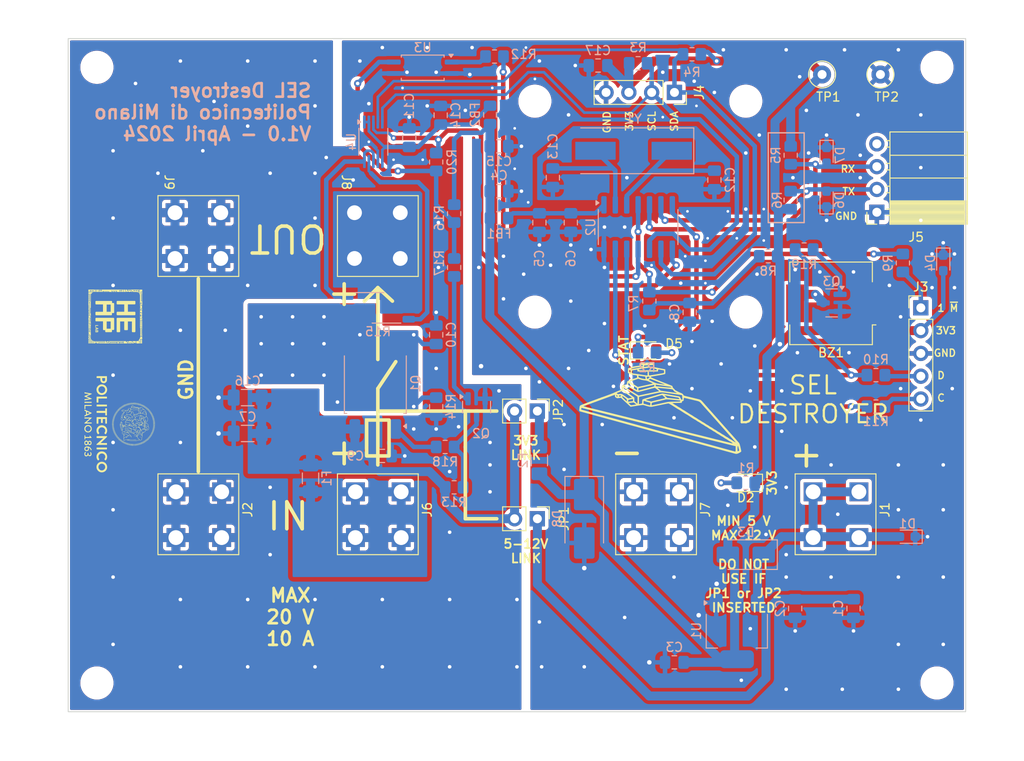
<source format=kicad_pcb>
(kicad_pcb (version 20240108) (generator "pcbnew") (generator_version "8.0")
  (layers (0 "F.Cu" signal) (31 "B.Cu" signal) (34 "B.Paste" user) (35 "F.Paste" user) (36 "B.SilkS" user "B.Silkscreen") (37 "F.SilkS" user "F.Silkscreen") (38 "B.Mask" user) (39 "F.Mask" user) (44 "Edge.Cuts" user))
  (net 0 "")
  (net 1 "+5V")
  (net 2 "GND")
  (net 3 "+3V3")
  (net 4 "VDD")
  (net 5 "ENABLE_OUT")
  (net 6 "I2C_SDA")
  (net 7 "I2C_SCL")
  (net 8 "SERIAL_FROM_UC")
  (net 9 "SERIAL_TO_UC")
  (net 10 "OSC2")
  (net 11 "OSC1")
  (net 12 "~{MCLR}")
  (net 13 "/Output Section/VDD_INA")
  (net 14 "/Microcontroller/VDD_PIC")
  (net 15 "PROG_CLK")
  (net 16 "PROG_DAT")
  (net 17 "INA233_ALARM")
  (net 18 "Net-(J3-Pin_1)")
  (net 19 "Net-(J3-Pin_4)")
  (net 20 "Net-(J3-Pin_5)")
  (net 21 "VDD_SW")
  (net 22 "LED_STATUS")
  (net 23 "/Output Section/DUT_PWR+")
  (net 24 "/Output Section/SW_GATE")
  (net 25 "/Output Section/ENABLE_OUT_L")
  (net 26 "/Microcontroller/~{MCLR}_X")
  (net 27 "/Output Section/SHUNT+")
  (net 28 "/Output Section/SHUNT-")
  (net 29 "/Power/VDD_PREFUSE")
  (net 30 "Net-(D2-A)")
  (net 31 "Net-(D5-A)")
  (net 32 "/Microcontroller/BUZZ_-")
  (net 33 "/Output Section/Q1Q2CONN")
  (net 34 "/Output Section/Q2_GATE")
  (net 35 "/Microcontroller/Q3_GATE")
  (net 37 "Net-(R16-Pad2)")
  (net 38 "/Power/LINK_FUSE")
  (footprint "LocalLibrary:CT3151" (layer "F.Cu") (at 54 67.5 -90)
    (property "Reference" "J9")
    (property "Value" "DUT_GND")
  )
  (footprint "TestPoint:TestPoint_Loop_D1.80mm_Drill1.0mm_Beaded" (layer "F.Cu") (at 124 49)
    (property "Reference" "TP1")
    (property "Value" "TP_3V3")
  )
  (footprint "LED_SMD:LED_0805_2012Metric_Pad1.15x1.40mm_HandSolder" (layer "F.Cu") (at 115.5 94.5 180)
    (property "Reference" "D2")
    (property "Value" "LED")
  )
  (footprint "LocalLibrary:CT3151" (layer "F.Cu") (at 126 97.5 90)
    (property "Reference" "J1")
    (property "Value" "DELATCHER_PWR")
  )
  (footprint "sel_destroyer:HEAPLab_Logo_6mm_SilkScreen" (layer "F.Cu") (at 45.25 76 -90)
    (property "Reference" "REF**" (hide yes))
    (property "Value" "HEAPLab_Logo_6mm_SilkScreen" (hide yes))
  )
  (footprint "Buzzer_Beeper:Buzzer_CUI_CPT-9019S-SMT" (layer "F.Cu") (at 125 74.5 180)
    (property "Reference" "BZ1")
    (property "Value" "Buzzer")
  )
  (footprint "Connector_PinSocket_2.54mm:PinSocket_1x04_P2.54mm_Horizontal" (layer "F.Cu") (at 130.1 64.35 180)
    (property "Reference" "J5")
    (property "Value" "SERIAL_CONNECTOR")
  )
  (footprint "LED_SMD:LED_0805_2012Metric_Pad1.15x1.40mm_HandSolder" (layer "F.Cu") (at 104.5 79.75)
    (property "Reference" "D5")
    (property "Value" "LED")
  )
  (footprint "Connector_PinHeader_2.54mm:PinHeader_1x02_P2.54mm_Vertical" (layer "F.Cu") (at 92.275 86.5 -90)
    (property "Reference" "JP2")
    (property "Value" "Link Power 3V3")
  )
  (footprint "Connector_PinSocket_2.54mm:PinSocket_1x04_P2.54mm_Vertical" (layer "F.Cu") (at 107.55 51 -90)
    (property "Reference" "J4")
    (property "Value" "I2C_DISPLAY" (hide yes))
  )
  (footprint "MountingHole:MountingHole_3.2mm_M3_DIN965" (layer "F.Cu") (at 115.5 75.475)
    (property "Reference" "REF**" (hide yes))
    (property "Value" "MountingHole_3.2mm_M3_DIN965")
  )
  (footprint "Connector_PinHeader_2.54mm:PinHeader_1x05_P2.54mm_Vertical" (layer "F.Cu") (at 135 75)
    (property "Reference" "J3")
    (property "Value" "Programmer")
  )
  (footprint "LocalLibrary:CT3151" (layer "F.Cu") (at 55 97.5 90)
    (property "Reference" "J2")
    (property "Value" "DUT_GND")
  )
  (footprint "sel_destroyer:Polimi_Logo" (layer "F.Cu") (at 45.75 88 -90)
    (property "Reference" "G***" (hide yes))
    (property "Value" "LOGO" (hide yes))
  )
  (footprint "MountingHole:MountingHole_3.2mm_M3_DIN965" (layer "F.Cu") (at 92 51.975)
    (property "Reference" "REF**" (hide yes))
    (property "Value" "MountingHole_3.2mm_M3_DIN965")
  )
  (footprint "LocalLibrary:CT3151" (layer "F.Cu") (at 106 97.5 90)
    (property "Reference" "J7")
    (property "Value" "DELATCHER_GND")
  )
  (footprint "MountingHole:MountingHole_3.2mm_M3_DIN965" (layer "F.Cu") (at 43.2 116.8)
    (property "Reference" "REF**" (hide yes))
    (property "Value" "MountingHole_3.2mm_M3_DIN965" (hide yes))
  )
  (footprint "MountingHole:MountingHole_3.2mm_M3_DIN965" (layer "F.Cu") (at 43.2 48.2)
    (property "Reference" "REF**" (hide yes))
    (property "Value" "MountingHole_3.2mm_M3_DIN965" (hide yes))
  )
  (footprint "Connector_PinHeader_2.54mm:PinHeader_1x02_P2.54mm_Vertical" (layer "F.Cu") (at 92.275 98.5 -90)
    (property "Reference" "JP1")
    (property "Value" "Link Power 12Vmax")
  )
  (footprint "LocalLibrary:CT3151" (layer "F.Cu") (at 74 67.5 -90)
    (property "Reference" "J8")
    (property "Value" "DUT_PWR_OUT")
  )
  (footprint "LOGO" (layer "F.Cu") (at 106 86.5)
    (property "Reference" "G***" (hide yes))
    (property "Value" "LOGO" (hide yes))
  )
  (footprint "MountingHole:MountingHole_3.2mm_M3_DIN965" (layer "F.Cu") (at 136.8 116.8)
    (property "Reference" "REF**" (hide yes))
    (property "Value" "MountingHole_3.2mm_M3_DIN965" (hide yes))
  )
  (footprint "TestPoint:TestPoint_Loop_D1.80mm_Drill1.0mm_Beaded" (layer "F.Cu") (at 130.5 49)
    (property "Reference" "TP2")
    (property "Value" "TP_GND")
  )
  (footprint "MountingHole:MountingHole_3.2mm_M3_DIN965" (layer "F.Cu") (at 92 75.475)
    (property "Reference" "REF**" (hide yes))
    (property "Value" "MountingHole_3.2mm_M3_DIN965")
  )
  (footprint "MountingHole:MountingHole_3.2mm_M3_DIN965" (layer "F.Cu") (at 136.8 48.2)
    (property "Reference" "REF**" (hide yes))
    (property "Value" "MountingHole_3.2mm_M3_DIN965" (hide yes))
  )
  (footprint "MountingHole:MountingHole_3.2mm_M3_DIN965" (layer "F.Cu") (at 115.5 51.975)
    (property "Reference" "REF**" (hide yes))
    (property "Value" "MountingHole_3.2mm_M3_DIN965")
  )
  (footprint "LocalLibrary:CT3151" (layer "F.Cu") (at 75 97.5 90)
    (property "Reference" "J6")
    (property "Value" "DUT_PWR_IN")
  )
  (footprint "Diode_SMD:D_SMB_Handsoldering" (layer "B.Cu") (at 97.5 98.5 -90)
    (property "Reference" "D8")
    (property "Value" "3.6V")
  )
  (footprint "Capacitor_SMD:C_0805_2012Metric_Pad1.18x1.45mm_HandSolder" (layer "B.Cu") (at 121 108.5 -90)
    (property "Reference" "C2")
    (property "Value" "100n")
  )
  (footprint "Resistor_SMD:R_0805_2012Metric_Pad1.20x1.40mm_HandSolder" (layer "B.Cu") (at 83 64.5 -90)
    (property "Reference" "R16")
    (property "Value" "2k")
  )
  (footprint "Capacitor_SMD:C_0805_2012Metric_Pad1.18x1.45mm_HandSolder" (layer "B.Cu") (at 109.25 75.5 -90)
    (property "Reference" "C8")
    (property "Value" "10n")
  )
  (footprint "Package_TO_SOT_SMD:SOT-23" (layer "B.Cu") (at 85.5 86.0625 -90)
    (property "Reference" "Q2")
    (property "Value" "XP231N0201TR-G")
  )
  (footprint "Package_TO_SOT_SMD:TO-252-2" (layer "B.Cu") (at 74.22 83.46 90)
    (property "Reference" "Q1")
    (property "Value" "SUD50P04-08")
  )
  (footprint "Package_SO:SOIC-14_3.9x8.7mm_P1.27mm" (layer "B.Cu") (at 103.5 66 -90)
    (property "Reference" "U2")
    (property "Value" "PIC16F18325-ISL")
  )
  (footprint "Capacitor_SMD:C_0805_2012Metric_Pad1.18x1.45mm_HandSolder" (layer "B.Cu") (at 88 62)
    (property "Reference" "C4")
    (property "Value" "100n")
  )
  (footprint "Capacitor_SMD:C_0805_2012Metric_Pad1.18x1.45mm_HandSolder" (layer "B.Cu") (at 112 60.75 -90)
    (property "Reference" "C12")
    (property "Value" "30p")
  )
  (footprint "Resistor_SMD:R_0805_2012Metric_Pad1.20x1.40mm_HandSolder" (layer "B.Cu") (at 133 70 -90)
    (property "Reference" "R9")
    (property "Value" "33")
  )
  (footprint "Resistor_SMD:R_0805_2012Metric_Pad1.20x1.40mm_HandSolder" (layer "B.Cu") (at 115.5 94.5 180)
    (property "Reference" "R1")
    (property "Value" "240")
  )
  (footprint "Resistor_SMD:R_0805_2012Metric_Pad1.20x1.40mm_HandSolder" (layer "B.Cu") (at 130 86)
    (property "Reference" "R11")
    (property "Value" "33")
  )
  (footprint "Capacitor_SMD:C_0805_2012Metric_Pad1.18x1.45mm_HandSolder" (layer "B.Cu") (at 78 56.0375 90)
    (property "Reference" "C11")
    (property "Value" "1n")
  )
  (footprint "Resistor_SMD:R_0805_2012Metric_Pad1.20x1.40mm_HandSolder" (layer "B.Cu") (at 120.5 63 90)
    (property "Reference" "R6")
    (property "Value" "10k (ONLY IF NEEDED)")
  )
  (footprint "Resistor_SMD:R_0805_2012Metric_Pad1.20x1.40mm_HandSolder" (layer "B.Cu") (at 120.5 58 -90)
    (property "Reference" "R5")
    (property "Value" "10k (ONLY IF NEEDED)")
  )
  (footprint "Capacitor_SMD:C_0805_2012Metric_Pad1.18x1.45mm_HandSolder" (layer "B.Cu") (at 96 65.5 -90)
    (property "Reference" "C6")
    (property "Value" "1n")
  )
  (footprint "Resistor_SMD:R_0805_2012Metric_Pad1.20x1.40mm_HandSolder" (layer "B.Cu") (at 104.5 80)
    (property "Reference" "R2")
    (property "Value" "240")
  )
  (footprint "Resistor_SMD:R_0805_2012Metric_Pad1.20x1.40mm_HandSolder" (layer "B.Cu") (at 87.5 47 180)
    (property "Reference" "R12")
    (property "Value" "150")
  )
  (footprint "Resistor_SMD:R_Shunt_Vishay_WSK2512_6332Metric_T2.21mm" (layer "B.Cu") (at 74.52 75)
    (property "Reference" "R15")
    (property "Value" "R_Shunt")
  )
  (footprint "Fuse:Fuse_1206_3216Metric_Pad1.42x1.75mm_HandSolder" (layer "B.Cu") (at 92.5 92 -90)
    (property "Reference" "F2")
    (property "Value" "160mA")
  )
  (footprint "Resistor_SMD:R_0805_2012Metric_Pad1.20x1.40mm_HandSolder" (layer "B.Cu") (at 82 90.5)
    (property "Reference" "R18")
    (property "Value" "56")
  )
  (footprint "Resistor_SMD:R_0805_2012Metric_Pad1.20x1.40mm_HandSolder" (layer "B.Cu") (at 104.75 74.25 -90)
    (property "Reference" "R7")
    (property "Value" "1k")
  )
  (footprint "Package_SO:VSSOP-10_3x3mm_P0.5mm" (layer "B.Cu") (at 74 56.5 -90)
    (property "Reference" "U4")
    (property "Value" "INA233")
  )
  (footprint "Resistor_SMD:R_0805_2012Metric_Pad1.20x1.40mm_HandSolder" (layer "B.Cu") (at 81 86 90)
    (property "Reference" "R14")
    (property "Value" "1M")
  )
  (footprint "Resistor_SMD:R_0805_2012Metric_Pad1.20x1.40mm_HandSolder" (layer "B.Cu") (at 122 68.5)
    (property "Reference" "R19")
    (property "Value" "330")
  )
  (footprint "Capacitor_SMD:C_0805_2012Metric_Pad1.18x1.45mm_HandSolder" (layer "B.Cu") (at 92.5 65.5 -90)
    (property "Reference" "C5")
    (property "Value" "10n")
  )
  (footprint "Resistor_SMD:R_0805_2012Metric_Pad1.20x1.40mm_HandSolder" (layer "B.Cu") (at 103.5 47.75)
    (property "Reference" "R3")
    (property "Value" "4k7")
  )
  (footprint "Resistor_SMD:R_0805_2012Metric_Pad1.20x1.40mm_HandSolder" (layer "B.Cu") (at 118 69.25)
    (property "Reference" "R8")
    (property "Value" "10k")
  )
  (footprint "Capacitor_SMD:C_0805_2012Metric_Pad1.18x1.45mm_HandSolder" (layer "B.Cu") (at 107.5375 114.5 180)
    (property "Reference" "C3")
    (property "Value" "10u")
  )
  (footprint "Diode_SMD:D_0603_1608Metric_Pad1.05x0.95mm_HandSolder" (layer "B.Cu") (at 124.5 58 -90)
    (property "Reference" "D7")
    (property "Value" "TVS_3V3")
  )
  (footprint "Diode_SMD:D_0603_1608Metric_Pad1.05x0.95mm_HandSolder" (layer "B.Cu") (at 124.5 62.875 90)
    (property "Reference" "D6")
    (property "Value" "TVS_3V3")
  )
  (footprint "Capacitor_SMD:C_0805_2012Metric_Pad1.18x1.45mm_HandSolder" (layer "B.Cu") (at 99.0375 48 180)
    (property "Reference" "C17")
    (property "Value" "100n")
  )
  (footprint "Capacitor_SMD:C_1206_3216Metric_Pad1.33x1.80mm_HandSolder" (layer "B.Cu") (at 60 85 180)
    (property "Reference" "C16")
    (property "Value" "10u")
  )
  (footprint "Resistor_SMD:R_0805_2012Metric_Pad1.20x1.40mm_HandSolder" (layer "B.Cu") (at 83 95)
    (property "Reference" "R13")
    (property "Value" "2k, >0.5W")
  )
  (footprint "Package_TO_SOT_SMD:SOT-223-3_TabPin2" (layer "B.Cu") (at 114.5 111 -90)
    (property "Reference" "U1")
    (property "Value" "LD1117S33TR_SOT223")
  )
  (footprint "Crystal:Crystal_SMD_HC49-SD" (layer "B.Cu") (at 103 57.5 180)
    (property "Reference" "Y1")
    (property "Value" "8MHz")
  )
  (footprint "Package_TO_SOT_SMD:SOT-23" (layer "B.Cu") (at 125.0625 74.45 180)
    (property "Reference" "Q3")
    (property "Value" "XP231N0201TR-G")
  )
  (footprint "Fuse:Fuse_1206_3216Metric_Pad1.42x1.75mm_HandSolder" (layer "B.Cu") (at 67 94 90)
    (property "Reference" "F1")
    (property "Value" "12A")
  )
  (footprint "Resistor_SMD:R_0805_2012Metric_Pad1.20x1.40mm_HandSolder" (layer "B.Cu") (at 130 82.5)
    (property "Reference" "R10")
    (property "Value" "33")
  )
  (footprint "Inductor_SMD:L_0805_2012Metric_Pad1.15x1.40mm_HandSolder" (layer "B.Cu") (at 88 65)
    (property "Reference" "FB1")
    (property "Value" "FerriteBead")
  )
  (footprint "Capacitor_SMD:C_0805_2012Metric_Pad1.18x1.45mm_HandSolder" (layer "B.Cu") (at 127.5 108.5 -90)
    (property "Reference" "C1")
    (property "Value" "10u")
  )
  (footprint "Diode_SMD:D_0603_1608Metric_Pad1.05x0.95mm_HandSolder" (layer "B.Cu") (at 133.5 100.5 180)
    (property "Reference" "D1")
    (property "Value" "TVS_15V")
  )
  (footprint "Resistor_SMD:R_0805_2012Metric_Pad1.20x1.40mm_HandSolder" (layer "B.Cu") (at 81 58.75 -90)
    (property "Reference" "R20")
    (property "Value" "0")
  )
  (footprint "Resistor_SMD:R_0805_2012Metric_Pad1.20x1.40mm_HandSolder" (layer "B.Cu") (at 83 70.5 -90)
    (property "Reference" "R17")
    (property "Value" "330")
  )
  (footprint "Capacitor_SMD:C_0805_2012Metric_Pad1.18x1.45mm_HandSolder" (layer "B.Cu") (at 88 57)
    (property "Reference" "C15")
    (property "Value" "100n")
  )
  (footprint "Inductor_SMD:L_0805_2012Metric_Pad1.15x1.40mm_HandSolder" (layer "B.Cu") (at 87 53.5 -90)
    (property "Reference" "FB2")
    (property "Value" "FerriteBead")
  )
  (footprint "Capacitor_SMD:C_0805_2012Metric_Pad1.18x1.45mm_HandSolder" (layer "B.Cu") (at 81.5 53.5375 90)
    (property "Reference" "C14")
    (property "Value" "10n")
  )
  (footprint "Capacitor_SMD:C_0805_2012Metric_Pad1.18x1.45mm_HandSolder" (layer "B.Cu") (at 75 91.5)
    (property "Reference" "C9")
    (property "Value" "1u")
  )
  (footprint "Capacitor_SMD:C_1206_3216Metric_Pad1.33x1.80mm_HandSolder" (layer "B.Cu") (at 60 89 180)
    (property "Reference" "C7")
    (property "Value" "10u")
  )
  (footprint "Diode_SMD:D_0603_1608Metric_Pad1.05x0.95mm_HandSolder" (layer "B.Cu") (at 137.5 70 -90)
    (property "Reference" "D4")
    (property "Value" "TVS_3V3")
  )
  (footprint "Package_SO:SOIC-4_4.55x2.6mm_P1.27mm" (layer "B.Cu") (at 79.5 48.25 180)
    (property "Reference" "U3")
    (property "Value" "TLP293")
  )
  (footprint "Capacitor_SMD:C_0805_2012Metric_Pad1.18x1.45mm_HandSolder" (layer "B.Cu") (at 81 78 90)
    (property "Reference" "C10")
    (property "Value" "10n")
  )
  (footprint "Capacitor_SMD:C_0805_2012Metric_Pad1.18x1.45mm_HandSolder" (layer "B.Cu") (at 94 60.5 -90)
    (property "Reference" "C13")
    (property "Value" "30p")
  )
  (footprint "Diode_SMD:D_SMA" (layer "B.Cu") (at 115.5 102.5 180)
    (property "Reference" "D3")
    (property "Value" "B120-E3")
  )
  (footprint "Resistor_SMD:R_0805_2012Metric_Pad1.20x1.40mm_HandSolder" (layer "B.Cu") (at 109.5 46.75 180)
    (property "Reference" "R4")
    (property "Value" "4k7")
  )
  (gr_line (start 118 55.5) (end 118 65.5) (stroke (width 0.15)) (layer "B.SilkS"))
  (gr_line (start 122 65.5) (end 122 55.5) (stroke (width 0.15)) (layer "B.SilkS"))
  (gr_line (start 118 65.5) (end 122 65.5) (stroke (width 0.15)) (layer "B.SilkS"))
  (gr_line (start 122 55.5) (end 118 55.5) (stroke (width 0.15)) (layer "B.SilkS"))
  (gr_line (start 74.5 86.5) (end 87.75 86.5) (stroke (width 0.4)) (layer "F.SilkS"))
  (gr_line (start 74.5 92.5) (end 74.5 84) (stroke (width 0.4)) (layer "F.SilkS"))
  (gr_line (start 73 74.25) (end 74.5 72.75) (stroke (width 0.4)) (layer "F.SilkS"))
  (gr_line (start 74.5 80.75) (end 74.5 72.75) (stroke (width 0.4)) (layer "F.SilkS"))
  (gr_line (start 76.125 74.25) (end 74.5 72.75) (stroke (width 0.4)) (layer "F.SilkS"))
  (gr_rect (start 73.25 87.5) (end 75.75 91.5) (stroke (width 0.4)) (fill none) (layer "F.SilkS"))
  (gr_line (start 84.25 98.5) (end 87.75 98.5) (stroke (width 0.4)) (layer "F.SilkS"))
  (gr_line (start 84.25 86.5) (end 84.25 98.5) (stroke (width 0.4)) (layer "F.SilkS"))
  (gr_line (start 54.5 93.25) (end 54.5 71.75) (stroke (width 0.4)) (layer "F.SilkS"))
  (gr_line (start 74.5 84) (end 76.5 81) (stroke (width 0.4)) (layer "F.SilkS"))
  (gr_rect (start 40 45) (end 140 120) (stroke (width 0.1)) (fill none) (layer "Edge.Cuts"))
  (gr_text "SEL Destroyer\nPolitecnico di Milano\nV1.0 - April 2024" (at 67.25 56.5 0) (layer "B.SilkS") (effects (font (size 1.5 1.5) (thickness 0.3) (bold yes)) (justify left bottom mirror)))
  (gr_text "OUT" (at 64.5 65.5 180) (layer "F.SilkS") (effects (font (size 3 3) (thickness 0.4)) (justify bottom)))
  (gr_text "MIN 5 V\nMAX 12 V\n\nDO NOT\nUSE IF\nJP1 or JP2\nINSERTED" (at 115.25 109 0) (layer "F.SilkS") (effects (font (size 1 1) (thickness 0.2) (bold yes)) (justify bottom)))
  (gr_text "GND" (at 128 65.25 0) (layer "F.SilkS") (effects (font (size 0.8 0.8)) (justify right bottom)))
  (gr_text "IN" (at 64.5 100 0) (layer "F.SilkS") (effects (font (size 3 3) (thickness 0.4)) (justify bottom)))
  (gr_text "3V3" (at 103 53 90) (layer "F.SilkS") (effects (font (size 0.8 0.8)) (justify right bottom)))
  (gr_text "SCL" (at 105.5 53 90) (layer "F.SilkS") (effects (font (size 0.8 0.8)) (justify right bottom)))
  (gr_text "GND" (at 54 83 90) (layer "F.SilkS") (effects (font (size 1.5 1.5) (thickness 0.3) (bold yes)) (justify bottom)))
  (gr_text "+" (at 122.25 93 0) (layer "F.SilkS") (effects (font (size 3 3) (thickness 0.4)) (justify bottom)))
  (gr_text "+" (at 70.75 92.75 0) (layer "F.SilkS") (effects (font (size 3 3) (thickness 0.4)) (justify bottom)))
  (gr_text "RX" (at 127.75 60 0) (layer "F.SilkS") (effects (font (size 0.8 0.8)) (justify right bottom)))
  (gr_text "3V3\nLINK" (at 91 92 0) (layer "F.SilkS") (effects (font (size 1 1) (thickness 0.2) (bold yes)) (justify bottom)))
  (gr_text "GND" (at 100.5 53 90) (layer "F.SilkS") (effects (font (size 0.8 0.8)) (justify right bottom)))
  (gr_text "-" (at 102.25 92.75 0) (layer "F.SilkS") (effects (font (size 3 3) (thickness 0.4)) (justify bottom)))
  (gr_text "GND" (at 139 80.5 0) (layer "F.SilkS") (effects (font (size 0.8 0.8)) (justify right bottom)))
  (gr_text "SEL\nDESTROYER" (at 123 88 0) (layer "F.SilkS") (effects (font (size 2 2) (thickness 0.25)) (justify bottom)))
  (gr_text "3V3" (at 139 78 0) (layer "F.SilkS") (effects (font (size 0.8 0.8)) (justify right bottom)))
  (gr_text "D" (at 137.75 83 0) (layer "F.SilkS") (effects (font (size 0.8 0.8)) (justify right bottom)))
  (gr_text "C" (at 137.75 85.5 0) (layer "F.SilkS") (effects (font (size 0.8 0.8)) (justify right bottom)))
  (gr_text "TX" (at 127.75 62.5 0) (layer "F.SilkS") (effects (font (size 0.8 0.8)) (justify right bottom)))
  (gr_text "5-12V\nLINK" (at 91 103.5 0) (layer "F.SilkS") (effects (font (size 1 1) (thickness 0.2) (bold yes)) (justify bottom)))
  (gr_text "MAX\n20 V\n10 A" (at 64.75 112.75 0) (layer "F.SilkS") (effects (font (size 1.5 1.5) (thickness 0.3) (bold yes)) (justify bottom)))
  (gr_text "+" (at 70.75 75 0) (layer "F.SilkS") (effects (font (size 3 3) (thickness 0.4)) (justify bottom)))
  (gr_text "SDA\n" (at 108 53 90) (layer "F.SilkS") (effects (font (size 0.8 0.8)) (justify right bottom)))
  (gr_text "1 ~{M}" (at 139.25 75.5 0) (layer "F.SilkS") (effects (font (size 0.8 0.8)) (justify right bottom)))
  (gr_text "3V3" (at 119 94.5 90) (layer "F.SilkS") (effects (font (size 1 1) (thickness 0.2) (bold yes)) (justify bottom)))
  (gr_text "STAT" (at 102.5 79.75 90) (layer "F.SilkS") (effects (font (size 1 1) (thickness 0.2) (bold yes)) (justify bottom)))
  (segment (start 92.275 105.775) (end 104.75 118.25) (width 1) (layer "B.Cu") (net 1))
  (segment (start 117.75 108.8) (end 116.8 107.85) (width 1) (layer "B.Cu") (net 1))
  (segment (start 116.8 107.85) (end 116.8 103.2) (width 1) (layer "B.Cu") (net 1))
  (segment (start 123 100.6) (end 123 95.5) (width 1) (layer "B.Cu") (net 1))
  (segment (start 115.75 118.25) (end 117.75 116.25) (width 1) (layer "B.Cu") (net 1))
  (segment (start 92.275 98.5) (end 92.275 105.775) (width 1) (layer "B.Cu") (net 1))
  (segment (start 127.5 107.4625) (end 119.0875 107.4625) (width 1) (layer "B.Cu") (net 1))
  (segment (start 119.0875 107.4625) (end 117.75 108.8) (width 1) (layer "B.Cu") (net 1))
  (segment (start 116.8 103.2) (end 117.5 102.5) (width 1) (layer "B.Cu") (net 1))
  (segment (start 123 95.5) (end 128.1 95.5) (width 1) (layer "B.Cu") (net 1))
  (segment (start 117.75 116.25) (end 117.75 108.8) (width 1) (layer "B.Cu") (net 1))
  (segment (start 104.75 118.25) (end 115.75 118.25) (width 1) (layer "B.Cu") (net 1))
  (segment (start 132.625 100.5) (end 119.5 100.5) (width 1) (layer "B.Cu") (net 1))
  (segment (start 119.5 100.5) (end 117.5 102.5) (width 1) (layer "B.Cu") (net 1))
  (via (at 89.75 59.5) (size 0.6) (drill 0.3) (layers "F.Cu" "B.Cu") (net 2))
  (via (at 136.25 69) (size 0.8) (drill 0.4) (layers "F.Cu" "B.Cu") (net 2))
  (via (at 120.75 60.5) (size 0.8) (drill 0.4) (layers "F.Cu" "B.Cu") (net 2))
  (via (at 90.5 62) (size 0.8) (drill 0.4) (layers "F.Cu" "B.Cu") (net 2))
  (via (at 87 90) (size 0.8) (drill 0.4) (layers "F.Cu" "B.Cu") (net 2))
  (via (at 90.75 71.25) (size 0.8) (drill 0.4) (layers "F.Cu" "B.Cu") (net 2))
  (via (at 111 69.75) (size 0.6) (drill 0.3) (layers "F.Cu" "B.Cu") (net 2))
  (via (at 137.5 67.75) (size 0.8) (drill 0.4) (layers "F.Cu" "B.Cu") (net 2))
  (via (at 115.5 57.75) (size 0.8) (drill 0.4) (layers "F.Cu" "B.Cu") (net 2))
  (via (at 60 107.5) (size 0.8) (drill 0.4) (layers "F.Cu" "B.Cu") (net 2))
  (via (at 81 75.5) (size 0.8) (drill 0.4) (layers "F.Cu" "B.Cu") (net 2))
  (via (at 120 105) (size 0.8) (drill 0.4) (layers "F.Cu" "B.Cu") (net 2))
  (via (at 73.5 52.25) (size 0.8) (drill 0.4) (layers "F.Cu" "B.Cu") (net 2))
  (via (at 62.5 60) (size 0.8) (drill 0.4) (layers "F.Cu" "B.Cu") (net 2))
  (via (at 80 52.5) (size 0.8) (drill 0.4) (layers "F.Cu" "B.Cu") (net 2))
  (via (at 121 111) (size 0.8) (drill 0.4) (layers "F.Cu" "B.Cu") (net 2))
  (via (at 52.5 47.5) (size 0.8) (drill 0.4) (layers "F.Cu" "B.Cu") (net 2))
  (via (at 45 72.5) (size 0.8) (drill 0.4) (layers "F.Cu" "B.Cu") (net 2))
  (via (at 71.75 60.75) (size 0.8) (drill 0.4) (layers "F.Cu" "B.Cu") (net 2))
  (via (at 75 46) (size 0.8) (drill 0.4) (layers "F.Cu" "B.Cu") (net 2))
  (via (at 102 109.5) (size 0.8) (drill 0.4) (layers "F.Cu" "B.Cu") (net 2))
  (via (at 60 72.5) (size 0.8) (drill 0.4) (layers "F.Cu" "B.Cu") (net 2))
  (via (at 50 60) (size 0.8) (drill 0.4) (layers "F.Cu" "B.Cu") (net 2))
  (via (at 56.75 85) (size 1) (drill 0.5) (layers "F.Cu" "B.Cu") (net 2))
  (via (at 81 88.5) (size 0.8) (drill 0.4) (layers "F.Cu" "B.Cu") (net 2))
  (via (at 45 57.5) (size 0.8) (drill 0.4) (layers "F.Cu" "B.Cu") (net 2))
  (via (at 119.5 84.25) (size 0.8) (drill 0.4) (layers "F.Cu" "B.Cu") (net 2))
  (via (at 124.5 65.25) (size 0.8) (drill 0.4) (layers "F.Cu" "B.Cu") (net 2))
  (via (at 102 66) (size 0.8) (drill 0.4) (layers "F.Cu" "B.Cu") (net 2))
  (via (at 47.5 50) (size 0.8) (drill 0.4) (layers "F.Cu" "B.Cu") (net 2))
  (via (at 106.25 53.75) (size 0.6) (drill 0.3) (layers "F.Cu" "B.Cu") (net 2))
  (via (at 111.25 67.25) (size 0.6) (drill 0.3) (layers "F.Cu" "B.Cu") (net 2))
  (via (at 98 79.75) (size 0.8) (drill 0.4) (layers "F.Cu" "B.Cu") (net 2))
  (via (at 95.25 88) (size 0.8) (drill 0.4) (layers "F.Cu" "B.Cu") (net 2))
  (via (at 113.5 97) (size 0.8) (drill 0.4) (layers "F.Cu" "B.Cu") (net 2))
  (via (at 87.25 50.5) (size 0.6) (drill 0.3) (layers "F.Cu" "B.Cu") (net 2))
  (via (at 106.25 48.75) (size 0.8) (drill 0.4) (layers "F.Cu" "B.Cu") (net 2))
  (via (at 67.5 60) (size 0.8) (drill 0.4) (layers "F.Cu" "B.Cu") (net 2))
  (via (at 137.5 105) (size 0.8) (drill 0.4) (layers "F.Cu" "B.Cu") (net 2))
  (via (at 113 46.25) (size 0.8) (drill 0.4) (layers "F.Cu" "B.Cu") (net 2))
  (via (at 96 74.25) (size 0.8) (drill 0.4) (layers "F.Cu" "B.Cu") (net 2))
  (via (at 105 70.25) (size 0.6) (drill 0.3) (layers "F.Cu" "B.Cu") (net 2))
  (via (at 92.5 68) (size 0.8) (drill 0.4) (layers "F.Cu" "B.Cu") (net 2))
  (via (at 67.5 47.5) (size 0.8) (drill 0.4) (layers "F.Cu" "B.Cu") (net 2))
  (via (at 76.25 58.5) (size 0.6) (drill 0.3) (layers "F.Cu" "B.Cu") (net 2))
  (via (at 67.5 72.5) (size 0.8) (drill 0.4) (layers "F.Cu" "B.Cu") (net 2))
  (via (at 137.5 97.5) (size 0.8) (drill 0.4) (layers "F.Cu" "B.Cu") (net 2))
  (via (at 117 55.75) (size 0.8) (drill 0.4) (layers "F.Cu" "B.Cu") (net 2))
  (via (at 93.75 70.25) (size 0.8) (drill 0.4) (layers "F.Cu" "B.Cu") (net 2))
  (via (at 91.25 63.25) (size 0.6) (drill 0.3) (layers "F.Cu" "B.Cu") (net 2))
  (via (at 67.5 52.5) (size 0.8) (drill 0.4) (layers "F.Cu" "B.Cu") (net 2))
  (via (at 138.75 69) (size 0.8) (drill 0.4) (layers "F.Cu" "B.Cu") (net 2))
  (via (at 82.5 100) (size 0.8) (drill 0.4) (layers "F.Cu" "B.Cu") (net 2))
  (via (at 45 65) (size 0.8) (drill 0.4) (layers "F.Cu" "B.Cu") (net 2))
  (via (at 132.75 84) (size 0.8) (drill 0.4) (layers "F.Cu" "B.Cu") (net 2))
  (via (at 90.5 57) (size 0.8) (drill 0.4) (layers "F.Cu" "B.Cu") (net 2))
  (via (at 99.5 88) (size 0.8) (drill 0.4) (layers "F.Cu" "B.Cu") (net 2))
  (via (at 91 81.75) (size 0.8) (drill 0.4) (layers "F.Cu" "B.Cu") (net 2))
  (via (at 77.75 48.75) (size 0.8) (drill 0.4) (layers "F.Cu" "B.Cu") (net 2))
  (via (at 125.75 98) (size 0.8) (drill 0.4) (layers "F.Cu" "B.Cu") (net 2))
  (via (at 83.5 88.25) (size 0.8) (drill 0.4) (layers "F.Cu" "B.Cu") (net 2))
  (via (at 114.5 67.25) (size 0.6) (drill 0.3) (layers "F.Cu" "B.Cu") (net 2))
  (via (at 116.75 71.25) (size 0.8) (drill 0.4) (layers "F.Cu" "B.Cu") (net 2))
  (via (at 92.5 110) (size 0.8) (drill 0.4) (layers "F.Cu" "B.Cu") (net 2))
  (via (at 107.5 105) (size 0.8) (drill 0.4) (layers "F.Cu" "B.Cu") (net 2))
  (via (at 116.5 79.25) (size 0.8) (drill 0.4) (layers "F.Cu" "B.Cu") (net 2))
  (via (at 136.25 72.75) (size 0.8) (drill 0.4) (layers "F.Cu" "B.Cu") (net 2))
  (via (at 109 64.25) (size 0.6) (drill 0.3) (layers "F.Cu" "B.Cu") (net 2))
  (via (at 135 59.375) (size 0.8) (drill 0.4) (layers "F.Cu" "B.Cu") (net 2))
  (via (at 60 47.5) (size 0.8) (drill 0.4) (layers "F.Cu" "B.Cu") (net 2))
  (via (at 62.5 95) (size 0.8) (drill 0.4) (layers "F.Cu" "B.Cu") (net 2))
  (via (at 55 57.5) (size 0.8) (drill 0.4) (layers "F.Cu" "B.Cu") (net 2))
  (via (at 119.5 88.75) (size 0.8) (drill 0.4) (layers "F.Cu" "B.Cu") (net 2))
  (via (at 84.25 53) (size 0.8) (drill 0.4) (layers "F.Cu" "B.Cu") (net 2))
  (via (at 60 115) (size 0.8) (drill 0.4) (layers "F.Cu" "B.Cu") (net 2))
  (via (at 117.75 100.25) (size 0.8) (drill 0.4) (layers "F.Cu" "B.Cu") (net 2))
  (via (at 111 72.25) (size 0.6) (drill 0.3) (layers "F.Cu" "B.Cu") (net 2))
  (via (at 111.75 76.5) (size 0.8) (drill 0.4) (layers "F.Cu" "B.Cu") (net 2))
  (via (at 114 87.25) (size 0.8) (drill 0.4) (layers "F.Cu" "B.Cu") (net 2))
  (via (at 85 46) (size 0.8) (drill 0.4) (layers "F.Cu" "B.Cu") (net 2))
  (via (at 45 82.5) (size 0.8) (drill 0.4) (layers "F.Cu" "B.Cu") (net 2))
  (via (at 81.25 70.5) (size 0.8) (drill 0.4) (layers "F.Cu" "B.Cu") (net 2))
  (via (at 102.25 60.5) (size 0.8) (drill 0.4) (layers "F.Cu" "B.Cu") (net 2))
  (via (at 62.5 102.5) (size 0.8) (drill 0.4) (layers "F.Cu" "B.Cu") (net 2))
  (via (at 92.75 115) (size 0.8) (drill 0.4) (layers "F.Cu" "B.Cu") (net 2))
  (via (at 124.5 55.75) (size 0.8) (drill 0.4) (layers "F.Cu" "B.Cu") (net 2))
  (via (at 52.5 77.5) (size 0.8) (drill 0.4) (layers "F.Cu" "B.Cu") (net 2))
  (via (at 132.5 92.5) (size 0.8) (drill 0.4) (layers "F.Cu" "B.Cu") (net 2))
  (via (at 77.25 50.5) (size 0.6) (drill 0.3) (layers "F.Cu" "B.Cu") (net 2))
  (via (at 96.5 48) (size 0.8) (drill 0.4) (layers "F.Cu" "B.Cu") (net 2))
  (via (at 52.5 115) (size 0.8) (drill 0.4) (layers "F.Cu" "B.Cu") (net 2))
  (via (at 82.5 107.5) (size 0.8) (drill 0.4) (layers "F.Cu" "B.Cu") (net 2))
  (via (at 116 110.75) (size 0.8) (drill 0.4) (layers "F.Cu" "B.Cu") (net 2))
  (via (at 88.5 74) (size 0.8) (drill 0.4) (layers "F.Cu" "B.Cu") (net 2))
  (via (at 107 81.25) (size 0.8) (drill 0.4) (layers "F.Cu" "B.Cu") (net 2))
  (via (at 52.5 107.5) (size 0.8) (drill 0.4) (layers "F.Cu" "B.Cu") (net 2))
  (via (at 121.5 49.25) (size 0.8) (drill 0.4) (layers "F.Cu" "B.Cu") (net 2))
  (via (at 90 115) (size 0.8) (drill 0.4) (layers "F.Cu" "B.Cu") (net 2))
  (via (at 135 87.5) (size 0.8) (drill 0.4) (layers "F.Cu" "B.Cu") (net 2))
  (via (at 108.25 72.25) (size 0.8) (drill 0.4) (layers "F.Cu" "B.Cu") (net 2))
  (via (at 91 46) (size 0.6) (drill 0.3) (layers "F.Cu" "B.Cu") (net 2))
  (via (at 137.5 112.5) (size 0.8) (drill 0.4) (layers "F.Cu" "B.Cu") (net 2))
  (via (at 132.5 105) (size 0.8) (drill 0.4) (layers "F.Cu" "B.Cu") (net 2))
  (via (at 126.25 117.5) (size 0.8) (drill 0.4) (layers "F.Cu" "B.Cu") (net 2))
  (via (at 125 105) (size 0.8) (drill 0.4) (layers "F.Cu" "B.Cu") (net 2))
  (via (at 95.25 93) (size 0.8) (drill 0.4) (layers "F.Cu" "B.Cu") (net 2))
  (via (at 85.75 70.5) (size 0.8) (drill 0.4) (layers "F.Cu" "B.Cu") (net 2))
  (via (at 115 116.5) (size 0.8) (drill 0.4) (layers "F.Cu" "B.Cu") (net 2))
  (via (at 112 51) (size 0.8) (drill 0.4) (layers "F.Cu" "B.Cu") (net 2))
  (via (at 67.5 107.5) (size 0.8) (drill 0.4) (layers "F.Cu" "B.Cu") (net 2))
  (via (at 100.75 83.75) (size 0.8) (drill 0.4) (layers "F.Cu" "B.Cu") (net 2))
  (via (at 67.5 115) (size 0.8) (drill 0.4) (layers "F.Cu" "B.Cu") (net 2))
  (via (at 128.25 58) (size 0.8) (drill 0.4) (layers "F.Cu" "B.Cu") (net 2))
  (via (at 127.5 71) (size 0.8) (drill 0.4) (layers "F.Cu" "B.Cu") (net 2))
  (via (at 73.5 56.5) (size 0.6) (drill 0.3) (layers "F.Cu" "B.Cu") (net 2))
  (via (at 128.25 60.5) (size 0.8) (drill 0.4) (layers "F.Cu" "B.Cu") (net 2))
  (via (at 45 97.5) (size 0.8) (drill 0.4) (layers "F.Cu" "B.Cu") (net 2))
  (via (at 81.25 65.5) (size 0.8) (drill 0.4) (layers "F.Cu" "B.Cu") (net 2))
  (via (at 104.25 77) (size 0.8) (drill 0.4) (layers "F.Cu" "B.Cu") (net 2))
  (via (at 132.5 46.25) (size 0.8) (drill 0.4) (layers "F.Cu" "B.Cu") (net 2))
  (via (at 132.5 117.5) (size 0.8) (drill 0.4) (layers "F.Cu" "B.Cu") (net 2))
  (via (at 122.5 57.75) (size 0.8) (drill 0.4) (layers "F.Cu" "B.Cu") (net 2))
  (via (at 95.75 81.75) (size 0.8) (drill 0.4) (layers "F.Cu" "B.Cu") (net 2))
  (via (at 79.5 58.5) (size 0.6) (drill 0.3) (layers "F.Cu" "B.Cu") (net 2))
  (via (at 56.75 89) (size 1) (drill 0.5) (layers "F.Cu" "B.Cu") (net 2))
  (via (at 115.5 64) (size 0.8) (drill 0.4) (layers "F.Cu" "B.Cu") (net 2))
  (via (at 78.5 88.5) (size 0.8) (drill 0.4) (layers "F.Cu" "B.Cu") (net 2))
  (via (at 75 115) (size 0.8) (drill 0.4) (layers "F.Cu" "B.Cu") (net 2))
  (via (at 116.5 90.5) (size 0.8) (drill 0.4) (layers "F.Cu" "B.Cu") (net 2))
  (via (at 138.5 84) (size 0.8) (drill 0.4) (layers "F.Cu" "B.Cu") (net 2))
  (via (at 92 49.5) (size 0.6) (drill 0.3) (layers "F.Cu" "B.Cu") (net 2))
  (via (at 110.25 109.25) (size 1) (drill 0.5) (layers "F.Cu" "B.Cu") (net 2))
  (via (at 45 112.5) (size 0.8) (drill 0.4) (layers "F.Cu" "B.Cu") (net 2))
  (via (at 116 84.25) (size 0.8) (drill 0.4) (layers "F.Cu" "B.Cu") (net 2))
  (via (at 135 53.5) (size 0.8) (drill 0.4) (layers "F.Cu" "B.Cu") (net 2))
  (via (at 132.5 112.5) (size 0.8) (drill 0.4) (layers "F.Cu" "B.Cu") (net 2))
  (via (at 86 81.5) (size 1) (drill 0.5) (layers "F.Cu" "B.Cu") (net 2))
  (via (at 45 90) (size 0.8) (drill 0.4) (layers "F.Cu" "B.Cu") (net 2))
  (via (at 67.5 65) (size 0.8) (drill 0.4) (layers "F.Cu" "B.Cu") (net 2))
  (via (at 112.25 105.75) (size 1) (drill 0.5) (layers "F.Cu" "B.Cu") (net 2))
  (via (at 109.5 78.75) (size 0.8) (drill 0.4) (layers "F.Cu" "B.Cu") (net 2))
  (via (at 132.5 97.5) (size 0.8) (drill 0.4) (layers "F.Cu" "B.Cu") (net 2))
  (via (at 109.75 49.75) (size 0.8) (drill 0.4) (layers "F.Cu" "B.Cu") (net 2))
  (via (at 88.5 69.25) (size 0.8) (drill 0.4) (layers "F.Cu" "B.Cu") (net 2))
  (via (at 135.75 100.5) (size 0.8) (drill 0.4) (layers "F.Cu" "B.Cu") (net 2))
  (via (at 126.5 46.25) (size 0.8) (drill 0.4) (layers "F.Cu" "B.Cu") (net 2))
  (via (at 60 54.75) (size 0.8) (drill 0.4) (layers "F.Cu" "B.Cu") (net 2))
  (via (at 113.5 64.25) (size 0.6) (drill 0.3) (layers "F.Cu" "B.Cu") (net 2))
  (via (at 92.5 83.25) (size 0.8) (drill 0.4) (layers "F.Cu" "B.Cu") (net 2))
  (via (at 97.5 104) (size 1) (drill 0.5) (layers "F.Cu" "B.Cu") (net 2))
  (via (at 120 102.5) (size 0.8) (drill 0.4) (layers "F.Cu" "B.Cu") (net 2))
  (via (at 125 92.5) (size 0.8) (drill 0.4) (layers "F.Cu" "B.Cu") (net 2))
  (via (at 88 84.25) (size 0.8) (drill 0.4) (layers "F.Cu" "B.Cu") (net 2))
  (via (at 81 81.75) (size 0.8) (drill 0.4) (layers "F.Cu" "B.Cu") (net 2))
  (via (at 52.5 90) (size 0.8) (drill 0.4) (layers "F.Cu" "B.Cu") (net 2))
  (via (at 98.25 68.5) (size 0.8) (drill 0.4) (layers "F.Cu" "B.Cu") (net 2))
  (via (at 45 105) (size 0.8) (drill 0.4) (layers "F.Cu" "B.Cu") (net 2))
  (via (at 87 92.5) (size 0.8) (drill 0.4) (layers "F.Cu" "B.Cu") (net 2))
  (via (at 138.75 72.75) (size 0.8) (drill 0.4) (layers "F.Cu" "B.Cu") (net 2))
  (via (at 75 107.5) (size 0.8) (drill 0.4) (layers "F.Cu" "B.Cu") (net 2))
  (via (at 109.5 84) (size 0.8) (drill 0.4) (layers "F.Cu" "B.Cu") (net 2))
  (via (at 82.5 93.25) (size 0.8) (drill 0.4) (layers "F.Cu" "B.Cu") (net 2))
  (via (at 132.75 76) (size 0.8) (drill 0.4) (layers "F.Cu" "B.Cu") (net 2))
  (via (at 128 53.5) (size 0.8) (drill 0.4) (layers "F.Cu" "B.Cu") (net 2))
  (via (at 99.75 76.75) (size 0.8) (drill 0.4) (layers "F.Cu" "B.Cu") (net 2))
  (via (at 99.75 66) (size 0.8) (drill 0.4) (layers "F.Cu" "B.Cu") (net 2))
  (via (at 122.25 53) (size 0.8) (drill 0.4) (layers "F.Cu" "B.Cu") (net 2))
  (via (at 117.5 67.5) (size 0.6) (drill 0.3) (layers "F.Cu" "B.Cu") (net 2))
  (via (at 96 68) (size 0.8) (drill 0.4) (layers "F.Cu" "B.Cu") (net 2))
  (via (at 121 70.75) (size 0.8) (drill 0.4) (layers "F.Cu" "B.Cu") (net 2))
  (via (at 89.75 55) (size 0.6) (drill 0.3) (layers "F.Cu" "B.Cu") (net 2))
  (via (at 127 80) (size 0.8) (drill 0.4) (layers "F.Cu" "B.Cu") (net 2))
  (via (at 110 52.5) (size 0.6) (drill 0.3) (layers "F.Cu" "B.Cu") (net 2))
  (via (at 117.5 64) (size 0.6) (drill 0.3) (layers "F.Cu" "B.Cu") (net 2))
  (via (at 56.25 52) (size 0.8) (drill 0.4) (layers "F.Cu" "B.Cu") (net 2))
  (via (at 135 65.25) (size 0.8) (drill 0.4) (layers "F.Cu" "B.Cu") (net 2))
  (via (at 131.5 72.5) (size 0.8) (drill 0.4) (layers "F.Cu" "B.Cu") (net 2))
  (via (at 87 95.5) (size 0.8) (drill 0.4) (layers "F.Cu" "B.Cu") (net 2))
  (via (at 108.75 69.25) (size 0.6) (drill 0.3) (layers "F.Cu" "B.Cu") (net 2))
  (via (at 120 46.25) (size 0.8) (drill 0.4) (layers "F.Cu" "B.Cu") (net 2))
  (via (at 82.5 115) (size 0.8) (drill 0.4) (layers "F.Cu" "B.Cu") (net 2))
  (via (at 90 107.5) (size 0.8) (drill 0.4) (layers "F.Cu" "B.Cu") (net 2))
  (via (at 120 95) (size 0.8) (drill 0.4) (layers "F.Cu" "B.Cu") (net 2))
  (via (at 120 117.5) (size 0.8) (drill 0.4) (layers "F.Cu" "B.Cu") (net 2))
  (via (at 68.75 58.25) (size 0.8) (drill 0.4) (layers "F.Cu" "B.Cu") (net 2))
  (via (at 81 48.75) (size 0.8) (drill 0.4) (layers "F.Cu" "B.Cu") (net 2))
  (via (at 127.5 111) (size 0.8) (drill 0.4) (layers "F.Cu" "B.Cu") (net 2))
  (via (at 97.5 115) (size 0.8) (drill 0.4) (layers "F.Cu" "B.Cu") (net 2))
  (via (at 80 46) (size 0.8) (drill 0.4) (layers "F.Cu" "B.Cu") (net 2))
  (via (at 123.75 71) (size 0.8) (drill 0.4) (layers "F.Cu" "B.Cu") (net 2))
  (via (at 121.25 80) (size 0.8) (drill 0.4) (layers "F.Cu" "B.Cu") (net 2))
  (via (at 78 53.75) (size 0.8) (drill 0.4) (layers "F.Cu" "B.Cu") (net 2))
  (via (at 107.5 87.25) (size 0.8) (drill 0.4) (layers "F.Cu" "B.Cu") (net 2))
  (via (at 72.5 47.5) (size 0.8) (drill 0.4) (layers "F.Cu" "B.Cu") (net 2))
  (via (at 107.75 76.5) (size 0.8) (drill 0.4) (layers "F.Cu" "B.Cu") (net 2))
  (via (at 137.5 92.5) (size 0.8) (drill 0.4) (layers "F.Cu" "B.Cu") (net 2))
  (via (at 57.5 77.5) (size 0.8) (drill 0.4) (layers "F.Cu" "B.Cu") (net 2))
  (via (at 77.5 91.5) (size 0.8) (drill 0.4) (layers "F.Cu" "B.Cu") (net 2))
  (via (at 84.75 49) (size 0.8) (drill 0.4) (layers "F.Cu" "B.Cu") (net 2))
  (via (at 92.5 47.5) (size 0.8) (drill 0.4) (layers "F.Cu" "B.Cu") (net 2))
  (via (at 99.75 70.5) (size 0.8) (drill 0.4) (layers "F.Cu" "B.Cu") (net 2))
  (via (at 104.75 114.5) (size 1) (drill 0.5) (layers "F.Cu" "B.Cu") (net 2))
  (via (at 95.75 53.5) (size 0.8) (drill 0.4) (layers "F.Cu" "B.Cu") (net 2))
  (via (at 112.75 81.25) (size 0.8) (drill 0.4) (layers "F.Cu" "B.Cu") (net 2))
  (segment (start 74.5 57.5) (end 73.5 56.5) (width 0.3) (layer "B.Cu") (net 2))
  (segment (start 74.5 58.7) (end 74.5 57.5) (width 0.3) (layer "B.Cu") (net 2))
  (segment (start 112.25 47.5) (end 105.25 47.5) (width 1) (layer "F.Cu") (net 3))
  (segment (start 119.3 79.05) (end 120.81 77.54) (width 1) (layer "F.Cu") (net 3))
  (segment (start 124 49) (end 122.5 47.5) (width 1) (layer "F.Cu") (net 3))
  (segment (start 105.25 47.5) (end 102.47 50.28) (width 1) (layer "F.Cu") (net 3))
  (segment (start 122.5 47.5) (end 112.25 47.5) (width 1) (layer "F.Cu") (net 3))
  (segment (start 120.81 77.54) (end 132.04 77.54) (width 1) (layer "F.Cu") (net 3))
  (segment (start 102.47 50.28) (end 102.47 51) (width 1) (layer "F.Cu") (net 3))
  (segment (start 135 77.54) (end 132.04 77.54) (width 1) (layer "F.Cu") (net 3))
  (segment (start 132.04 77.54) (end 129 74.5) (width 1) (layer "F.Cu") (net 3))
  (via (at 112.25 47.5) (size 0.8) (drill 0.4) (layers "F.Cu" "B.Cu") (net 3))
  (via (at 119.3 79.05) (size 1) (drill 0.5) (layers "F.Cu" "B.Cu") (net 3))
  (segment (start 114.25 103.25) (end 113.5 102.5) (width 1) (layer "B.Cu") (net 3))
  (segment (start 119.3 79.05) (end 119.3 69.55) (width 1) (layer "B.Cu") (net 3))
  (segment (start 114.15 114.5) (end 114.5 114.15) (width 1) (layer "B.Cu") (net 3))
  (segment (start 120.5 57) (end 120.5 52.5) (width 1) (layer "B.Cu") (net 3))
  (segment (start 102.47 51) (end 102.47 50.395) (width 1) (layer "B.Cu") (net 3))
  (segment (start 137.5 75.04) (end 137.5 70.875) (width 0.5) (layer "B.Cu") (net 3))
  (segment (start 87 54.525) (end 87 64.975) (width 1) (layer "B.Cu") (net 3))
  (segment (start 83 56.25) (end 83.75 55.5) (width 0.5) (layer "B.Cu") (net 3))
  (segment (start 116.5 97.75) (end 116.5 94.5) (width 1) (layer "B.Cu") (net 3))
  (segment (start 120.5 52.5) (end 124 49) (width 1) (layer "B.Cu") (net 3))
  (segment (start 102.47 51) (end 102.47 47.78) (width 1) (layer "B.Cu") (net 3))
  (segment (start 118.75 63.75) (end 118.75 54.25) (width 1) (layer "B.Cu") (net 3))
  (segment (start 83 63.5) (end 83 56.25) (width 0.5) (layer "B.Cu") (net 3))
  (segment (start 117.85 80.5) (end 117.85 93.15) (width 1) (layer "B.Cu") (net 3))
  (segment (start 108.575 114.5) (end 114.15 114.5) (width 1) (layer "B.Cu") (net 3))
  (segment (start 97.5 95.8) (end 94.8125 95.8) (width 1) (layer "B.Cu") (net 3))
  (segment (start 112.6 114.15) (end 114.5 114.15) (width 1) (layer "B.Cu") (net 3))
  (segment (start 119.125 69.375) (end 119.125 64.125) (width 1) (layer "B.Cu") (net 3))
  (segment (start 119.125 64.125) (end 118.75 63.75) (width 1) (layer "B.Cu") (net 3))
  (segment (start 113.5 102.5) (end 113.5 100.75) (width 1) (layer "B.Cu") (net 3))
  (segment (start 102.47 50.395) (end 100.075 48) (width 1) (layer "B.Cu") (net 3))
  (segment (start 111.25 46.5) (end 112.25 47.5) (width 0.5) (layer "B.Cu") (net 3))
  (segment (start 86.975 65) (end 86.975 75.975) (width 1) (layer "B.Cu") (net 3))
  (segment (start 113.5 100.75) (end 116.5 97.75) (width 1) (layer "B.Cu") (net 3))
  (segment (start 114.5 114.15) (end 114.25 113.9) (width 1) (layer "B.Cu") (net 3))
  (segment (start 86.025 55.5) (end 87 54.525) (width 0.5) (layer "B.Cu") (net 3))
  (segment (start 110.5 46.5) (end 111.25 46.5) (width 0.5) (layer "B.Cu") (net 3))
  (segment (start 120.5 64) (end 119.25 64) (width 1) (layer "B.Cu") (net 3))
  (segment (start 135 77.54) (end 137.5 75.04) (width 0.5) (layer "B.Cu") (net 3))
  (segment (start 97.5 95.8) (end 99.75 98.05) (width 1) (layer "B.Cu") (net 3))
  (segment (start 118.75 54.25) (end 120.5 52.5) (width 1) (layer "B.Cu") (net 3))
  (segment (start 97.5 86.5) (end 97.5 95.8) (width 1) (layer "B.Cu") (net 3))
  (segment (start 119.25 64) (end 119.125 64.125) (width 1) (layer "B.Cu") (net 3))
  (segment (start 99.75 98.05) (end 99.75 101.3) (width 1) (layer "B.Cu") (net 3))
  (segment (start 119.3 79.05) (end 117.85 80.5) (width 1) (layer "B.Cu") (net 3))
  (segment (start 86.975 75.975) (end 97.5 86.5) (width 1) (layer "B.Cu") (net 3))
  (segment (start 99.75 101.3) (end 112.6 114.15) (width 1) (layer "B.Cu") (net 3))
  (segment (start 87 64.975) (end 86.975 65) (width 1) (layer "B.Cu") (net 3))
  (segment (start 114.25 113.9) (end 114.25 103.25) (width 1) (layer "B.Cu") (net 3))
  (segment (start 117.85 93.15) (end 116.5 94.5) (width 1) (layer "B.Cu") (net 3))
  (segment (start 83.75 55.5) (end 86.025 55.5) (width 0.5) (layer "B.Cu") (net 3))
  (segment (start 119.3 69.55) (end 119.125 69.375) (width 1) (layer "B.Cu") (net 3))
  (segment (start 102.47 47.78) (end 102.5 47.75) (width 1) (layer "B.Cu") (net 3))
  (segment (start 94.8125 95.8) (end 92.5 93.4875) (width 1) (layer "B.Cu") (net 3))
  (segment (start 73.9625 92.4625) (end 74.75 93.25) (width 1) (layer "B.Cu") (net 4))
  (segment (start 82 96.5) (end 84 98.5) (width 1) (layer "B.Cu") (net 4))
  (segment (start 73.9625 91.9625) (end 73.9625 91.5) (width 0.5) (layer "B.Cu") (net 4))
  (segment (start 74.75 93.25) (end 80.25 93.25) (width 1) (layer "B.Cu") (net 4))
  (segment (start 73.9625 91.5) (end 73.9625 92.4625) (width 1) (layer "B.Cu") (net 4))
  (segment (start 80.25 93.25) (end 82 95) (width 1) (layer "B.Cu") (net 4))
  (segment (start 89.735 98.5) (end 89.735 86.5) (width 1) (layer "B.Cu") (net 4))
  (segment (start 82 95) (end 82 96.5) (width 1) (layer "B.Cu") (net 4))
  (segment (start 84 98.5) (end 89.735 98.5) (width 1) (layer "B.Cu") (net 4))
  (segment (start 103.25 71.5) (end 92.5 71.5) (width 0.5) (layer "F.Cu") (net 5))
  (segment (start 92.5 71.5) (end 88.469669 67.469669) (width 0.5) (layer "F.Cu") (net 5))
  (segment (start 88.469669 67.469669) (end 88.469669 48.719669) (width 0.5) (layer "F.Cu") (net 5))
  (via (at 88.469669 48.719669) (size 0.8) (drill 0.4) (layers "F.Cu" "B.Cu") (net 5))
  (via (at 103.25 71.5) (size 0.8) (drill 0.4) (layers "F.Cu" "B.Cu") (net 5))
  (segment (start 88.5 48.689338) (end 88.469669 48.719669) (width 0.5) (layer "B.Cu") (net 5))
  (segment (start 103.5 71.25) (end 103.25 71.5) (width 0.5) (layer "B.Cu") (net 5))
  (segment (start 103.5 68.475) (end 103.5 71.25) (width 0.5) (layer "B.Cu") (net 5))
  (segment (start 88.5 47) (end 88.5 48.689338) (width 0.5) (layer "B.Cu") (net 5))
  (segment (start 76.25 49.75) (end 88.5 49.75) (width 0.3) (layer "B.Cu") (net 6))
  (segment (start 110.5 51) (end 116.5 57) (width 0.5) (layer "B.Cu") (net 6))
  (segment (start 74.5 51.5) (end 76.25 49.75) (width 0.3) (layer "B.Cu") (net 6))
  (segment (start 92 46.25) (end 108.25 46.25) (width 0.3) (layer "B.Cu") (net 6))
  (segment (start 108.25 46.25) (end 108.5 46.5) (width 0.3) (layer "B.Cu") (net 6))
  (segment (start 107.55 47.45) (end 108.5 46.5) (width 0.5) (layer "B.Cu") (net 6))
  (segment (start 107.25 71.25) (end 106.04 70.04) (width 0.5) (layer "B.Cu") (net 6))
  (segment (start 112 71.25) (end 107.25 71.25) (width 0.5) (layer "B.Cu") (net 6))
  (segment (start 116.5 57) (end 116.5 66.75) (width 0.5) (layer "B.Cu") (net 6))
  (segment (start 74.5 54.3) (end 74.5 51.5) (width 0.3) (layer "B.Cu") (net 6))
  (segment (start 88.5 49.75) (end 92 46.25) (width 0.3) (layer "B.Cu") (net 6))
  (segment (start 107.55 51) (end 110.5 51) (width 0.5) (layer "B.Cu") (net 6))
  (segment (start 116.5 66.75) (end 112 71.25) (width 0.5) (layer "B.Cu") (net 6))
  (segment (start 107.55 51) (end 107.55 47.45) (width 0.5) (layer "B.Cu") (net 6))
  (segment (start 106.04 70.04) (end 106.04 68.475) (width 0.5) (layer "B.Cu") (net 6))
  (segment (start 75 52.75) (end 76.5 51.25) (width 0.3) (layer "B.Cu") (net 7))
  (segment (start 110.353554 54) (end 108.01 54) (width 0.5) (layer "B.Cu") (net 7))
  (segment (start 105.01 51) (end 105.01 48.26) (width 0.5) (layer "B.Cu") (net 7))
  (segment (start 91.25 48.75) (end 93 48.75) (width 0.3) (layer "B.Cu") (net 7))
  (segment (start 88.75 51.25) (end 91.25 48.75) (width 0.3) (layer "B.Cu") (net 7))
  (segment (start 114.5 58.146446) (end 110.353554 54) (width 0.5) (layer "B.Cu") (net 7))
  (segment (start 75 54.3) (end 75 52.75) (width 0.3) (layer "B.Cu") (net 7))
  (segment (start 76.5 51.25) (end 88.75 51.25) (width 0.3) (layer "B.Cu") (net 7))
  (segment (start 104.77 67.48) (end 105.5 66.75) (width 0.5) (layer "B.Cu") (net 7))
  (segment (start 107.412684 66.75) (end 109.162684 68.5) (width 0.5) (layer "B.Cu") (net 7))
  (segment (start 108.01 54) (end 105.01 51) (width 0.5) (layer "B.Cu") (net 7))
  (segment (start 111.5 68.5) (end 114.5 65.5) (width 0.5) (layer "B.Cu") (net 7))
  (segment (start 97.5 53.25) (end 102.76 53.25) (width 0.3) (layer "B.Cu") (net 7))
  (segment (start 105.01 48.26) (end 104.5 47.75) (width 0.5) (layer "B.Cu") (net 7))
  (segment (start 104.77 68.475) (end 104.77 67.48) (width 0.5) (layer "B.Cu") (net 7))
  (segment (start 102.76 53.25) (end 105.01 51) (width 0.3) (layer "B.Cu") (net 7))
  (segment (start 109.162684 68.5) (end 111.5 68.5) (width 0.5) (layer "B.Cu") (net 7))
  (segment (start 93 48.75) (end 97.5 53.25) (width 0.3) (layer "B.Cu") (net 7))
  (segment (start 114.5 65.5) (end 114.5 58.146446) (width 0.5) (layer "B.Cu") (net 7))
  (segment (start 105.5 66.75) (end 107.412684 66.75) (width 0.5) (layer "B.Cu") (net 7))
  (segment (start 106.5 65.25) (end 119 65.25) (width 0.5) (layer "F.Cu") (net 8))
  (segment (start 119 65.25) (end 122.25 62) (width 0.5) (layer "F.Cu") (net 8))
  (via (at 106.5 65.25) (size 0.8) (drill 0.4) (layers "F.Cu" "B.Cu") (net 8))
  (via (at 122.25 62) (size 0.8) (drill 0.4) (layers "F.Cu" "B.Cu") (net 8))
  (segment (start 106.04 64.79) (end 106.04 63.525) (width 0.5) (layer "B.Cu") (net 8))
  (segment (start 122.44 61.81) (end 130.1 61.81) (width 0.5) (layer "B.Cu") (net 8))
  (segment (start 122.25 62) (end 122.44 61.81) (width 0.5) (layer "B.Cu") (net 8))
  (segment (start 106.5 65.25) (end 106.04 64.79) (width 0.5) (layer "B.Cu") (net 8))
  (segment (start 120.5 62) (end 122.25 62) (width 0.5) (layer "B.Cu") (net 8))
  (segment (start 105 66.25) (end 104.75 66) (width 0.5) (layer "F.Cu") (net 9))
  (segment (start 119.5 66.25) (end 105 66.25) (width 0.5) (layer "F.Cu") (net 9))
  (segment (start 123.25 59) (end 123.25 62.5) (width 0.5) (layer "F.Cu") (net 9))
  (segment (start 123.25 62.5) (end 119.5 66.25) (width 0.5) (layer "F.Cu") (net 9))
  (via (at 104.75 66) (size 0.8) (drill 0.4) (layers "F.Cu" "B.Cu") (net 9))
  (via (at 123.25 59) (size 0.8) (drill 0.4) (layers "F.Cu" "B.Cu") (net 9))
  (segment (start 123.25 59) (end 123.52 59.27) (width 0.5) (layer "B.Cu") (net 9))
  (segment (start 104.75 63.545) (end 104.77 63.525) (width 0.5) (layer "B.Cu") (net 9))
  (segment (start 123.52 59.27) (end 130.1 59.27) (width 0.5) (layer "B.Cu") (net 9))
  (segment (start 104.75 66) (end 104.75 63.545) (width 0.5) (layer "B.Cu") (net 9))
  (segment (start 120.5 59) (end 123.25 59) (width 0.5) (layer "B.Cu") (net 9))
  (segment (start 100.7125 59.4625) (end 100.96 59.71) (width 0.5) (layer "B.Cu") (net 10))
  (segment (start 100.96 59.71) (end 98.75 57.5) (width 0.5) (layer "B.Cu") (net 10))
  (segment (start 94 59.4625) (end 100.7125 59.4625) (width 0.5) (layer "B.Cu") (net 10))
  (segment (start 100.96 63.525) (end 100.96 59.71) (width 0.5) (layer "B.Cu") (net 10))
  (segment (start 112 59.7125) (end 105.0375 59.7125) (width 0.5) (layer "B.Cu") (net 11))
  (segment (start 102.23 63.525) (end 102.23 62.52) (width 0.5) (layer "B.Cu") (net 11))
  (segment (start 105.0375 59.7125) (end 104.875 59.875) (width 0.5) (layer "B.Cu") (net 11))
  (segment (start 102.23 62.52) (end 104.875 59.875) (width 0.5) (layer "B.Cu") (net 11))
  (segment (start 104.875 59.875) (end 107.25 57.5) (width 0.5) (layer "B.Cu") (net 11))
  (segment (start 116 69) (end 129.75 69) (width 0.5) (layer "F.Cu") (net 12))
  (segment (start 103.5 70) (end 103.5 66.5) (width 0.5) (layer "F.Cu") (net 12))
  (segment (start 104.75 71.25) (end 103.5 70) (width 0.5) (layer "F.Cu") (net 12))
  (segment (start 111.75 73.25) (end 116 69) (width 0.5) (layer "F.Cu") (net 12))
  (via (at 111.75 73.25) (size 0.8) (drill 0.4) (layers "F.Cu" "B.Cu") (net 12))
  (via (at 104.75 71.25) (size 0.8) (drill 0.4) (layers "F.Cu" "B.Cu") (net 12))
  (via (at 103.5 66.5) (size 0.8) (drill 0.4) (layers "F.Cu" "B.Cu") (net 12))
  (via (at 129.75 69) (size 0.8) (drill 0.4) (layers "F.Cu" "B.Cu") (net 12))
  (segment (start 104.75 73.25) (end 104.75 71.25) (width 0.5) (layer "B.Cu") (net 12))
  (segment (start 103.5 66.5) (end 103.5 63.525) (width 0.5) (layer "B.Cu") (net 12))
  (segment (start 111.75 73.25) (end 104.75 73.25) (width 0.5) (layer "B.Cu") (net 12))
  (segment (start 133 69) (end 129.75 69) (width 0.5) (layer "B.Cu") (net 12))
  (segment (start 73.5 55.335226) (end 73.5 54.3) (width 0.3) (layer "B.Cu") (net 13))
  (segment (start 81.5 54.575) (end 84.9 54.575) (width 0.5) (layer "B.Cu") (net 13))
  (segment (start 75 58.7) (end 75 57.4) (width 0.3) (layer "B.Cu") (net 13))
  (segment (start 75.239774 57.075) (end 73.5 55.335226) (width 0.3) (layer "B.Cu") (net 13))
  (segment (start 75 57.4) (end 75.325 57.075) (width 0.3) (layer "B.Cu") (net 13))
  (segment (start 73 54.3) (end 73.5 54.3) (width 0.3) (layer "B.Cu") (net 13))
  (segment (start 78 57.075) (end 79 57.075) (width 0.5) (layer "B.Cu") (net 13))
  (segment (start 79 57.075) (end 81.5 54.575) (width 0.5) (layer "B.Cu") (net 13))
  (segment (start 78 57.075) (end 75.325 57.075) (width 0.5) (layer "B.Cu") (net 13))
  (segment (start 84.9 54.575) (end 87 52.475) (width 0.5) (layer "B.Cu") (net 13))
  (segment (start 75.325 57.075) (end 75.239774 57.075) (width 0.3) (layer "B.Cu") (net 13))
  (segment (start 89.5625 64.4625) (end 89.025 65) (width 0.5) (layer "B.Cu") (net 14))
  (segment (start 98.7525 64.4625) (end 96 64.4625) (width 0.5) (layer "B.Cu") (net 14))
  (segment (start 96 64.4625) (end 89.5625 64.4625) (width 0.5) (layer "B.Cu") (net 14))
  (segment (start 99.69 63.525) (end 98.7525 64.4625) (width 0.5) (layer "B.Cu") (net 14))
  (segment (start 127.25 86) (end 104.5 86) (width 0.5) (layer "F.Cu") (net 15))
  (segment (start 104.5 86) (end 102.25 83.75) (width 0.5) (layer "F.Cu") (net 15))
  (via (at 102.25 83.75) (size 0.8) (drill 0.4) (layers "F.Cu" "B.Cu") (net 15))
  (via (at 127.25 86) (size 0.8) (drill 0.4) (layers "F.Cu" "B.Cu") (net 15))
  (segment (start 102.23 83.73) (end 102.25 83.75) (width 0.5) (layer "B.Cu") (net 15))
  (segment (start 127.25 86) (end 129 86) (width 0.5) (layer "B.Cu") (net 15))
  (segment (start 102.23 68.475) (end 102.23 83.73) (width 0.5) (layer "B.Cu") (net 15))
  (segment (start 127.25 82.5) (end 103.25 82.5) (width 0.5) (layer "F.Cu") (net 16))
  (segment (start 103.25 82.5) (end 101 80.25) (width 0.5) (layer "F.Cu") (net 16))
  (via (at 127.25 82.5) (size 0.8) (drill 0.4) (layers "F.Cu" "B.Cu") (net 16))
  (via (at 101 80.25) (size 0.8) (drill 0.4) (layers "F.Cu" "B.Cu") (net 16))
  (segment (start 127.25 82.5) (end 122.25 77.5) (width 0.5) (layer "B.Cu") (net 16))
  (segment (start 101 80.25) (end 100.96 80.21) (width 0.5) (layer "B.Cu") (net 16))
  (segment (start 129 82.5) (end 127.25 82.5) (width 0.5) (layer "B.Cu") (net 16))
  (segment (start 122.25 77.5) (end 122.25 69.75) (width 0.5) (layer "B.Cu") (net 16))
  (segment (start 100.96 80.21) (end 100.96 68.475) (width 0.5) (layer "B.Cu") (net 16))
  (segment (start 122.25 69.75) (end 121 68.5) (width 0.5) (layer "B.Cu") (net 16))
  (segment (start 81.075215 56.075215) (end 81.25 56.25) (width 0.5) (layer "F.Cu") (net 17))
  (segment (start 89.75 72.5) (end 86 68.75) (width 0.5) (layer "F.Cu") (net 17))
  (segment (start 82.25 55.25) (end 81.25 56.25) (width 0.5) (layer "F.Cu") (net 17))
  (segment (start 85.5 55.25) (end 82.25 55.25) (width 0.5) (layer "F.Cu") (net 17))
  (segment (start 76.25 56.075215) (end 81.075215 56.075215) (width 0.5) (layer "F.Cu") (net 17))
  (segment (start 86 68.75) (end 86 55.75) (width 0.5) (layer "F.Cu") (net 17))
  (segment (start 105.5 72.5) (end 89.75 72.5) (width 0.5) (layer "F.Cu") (net 17))
  (segment (start 107.75 70.25) (end 105.5 72.5) (width 0.5) (layer "F.Cu") (net 17))
  (segment (start 86 55.75) (end 85.5 55.25) (width 0.5) (layer "F.Cu") (net 17))
  (via (at 76.25 56.075215) (size 0.6) (drill 0.3) (layers "F.Cu" "B.Cu") (net 17))
  (via (at 81.25 56.25) (size 0.8) (drill 0.4) (layers "F.Cu" "B.Cu") (net 17))
  (via (at 107.75 70.25) (size 0.8) (drill 0.4) (layers "F.Cu" "B.Cu") (net 17))
  (segment (start 107.31 68.475) (end 107.31 69.81) (width 0.5) (layer "B.Cu") (net 17))
  (segment (start 81.25 57.5) (end 81 57.75) (width 0.5) (layer "B.Cu") (net 17))
  (segment (start 74.37188 55.5) (end 74 55.12812) (width 0.3) (layer "B.Cu") (net 17))
  (segment (start 76.25 56.075215) (end 75.674785 55.5) (width 0.3) (layer "B.Cu") (net 17))
  (segment (start 107.31 69.81) (end 107.75 70.25) (width 0.5) (layer "B.Cu") (net 17))
  (segment (start 81.25 56.25) (end 81.25 57.5) (width 0.5) (layer "B.Cu") (net 17))
  (segment (start 75.674785 55.5) (end 74.37188 55.5) (width 0.3) (layer "B.Cu") (net 17))
  (segment (start 74 55.12812) (end 74 54.3) (width 0.3) (layer "B.Cu") (net 17))
  (segment (start 135 75) (end 135 73) (width 0.5) (layer "B.Cu") (net 18))
  (segment (start 135 73) (end 133 71) (width 0.5) (layer "B.Cu") (net 18))
  (segment (start 131.12 82.62) (end 131 82.5) (width 0.5) (layer "B.Cu") (net 19))
  (segment (start 135 82.62) (end 131.12 82.62) (width 0.5) (layer "B.Cu") (net 19))
  (segment (start 135 85.16) (end 131.84 85.16) (width 0.5) (layer "B.Cu") (net 20))
  (segment (start 131.84 85.16) (end 131 86) (width 0.5) (layer "B.Cu") (net 20))
  (via (at 78.5 86) (size 0.8) (drill 0.4) (layers "F.Cu" "B.Cu") (net 21))
  (via (at 61.5 79) (size 0.8) (drill 0.4) (layers "F.Cu" "B.Cu") (net 21))
  (via (at 72.5 78) (size 0.8) (drill 0.4) (layers "F.Cu" "B.Cu") (net 21))
  (via (at 78.5 78) (size 0.8) (drill 0.4) (layers "F.Cu" "B.Cu") (net 21))
  (via (at 61.5 82.5) (size 0.8) (drill 0.4) (layers "F.Cu" "B.Cu") (net 21))
  (via (at 70 85.5) (size 0.8) (drill 0.4) (layers "F.Cu" "B.Cu") (net 21))
  (via (at 68.5 82.5) (size 0.8) (drill 0.4) (layers "F.Cu" "B.Cu") (net 21))
  (via (at 65 82.5) (size 0.8) (drill 0.4) (layers "F.Cu" "B.Cu") (net 21))
  (via (at 61.5 76) (size 0.8) (drill 0.4) (layers "F.Cu" "B.Cu") (net 21))
  (via (at 68.5 76) (size 0.8) (drill 0.4) (layers "F.Cu" "B.Cu") (net 21))
  (via (at 65 76) (size 0.8) (drill 0.4) (layers "F.Cu" "B.Cu") (net 21))
  (via (at 65 79) (size 0.8) (drill 0.4) (layers "F.Cu" "B.Cu") (net 21))
  (via (at 68.5 79) (size 0.8) (drill 0.4) (layers "F.Cu" "B.Cu") (net 21))
  (segment (start 81 85) (end 79.5 85) (width 0.5) (layer "B.Cu") (net 21))
  (segment (start 79.5 85) (end 78.5 86) (width 0.5) (layer "B.Cu") (net 21))
  (segment (start 79.5375 79.0375) (end 78.5 78) (width 0.5) (layer "B.Cu") (net 21))
  (segment (start 81 79.0375) (end 79.5375 79.0375) (width 0.5) (layer "B.Cu") (net 21))
  (segment (start 110 76.25) (end 108 78.25) (width 0.5) (layer "F.Cu") (net 22))
  (segment (start 108 78.25) (end 103.5 78.25) (width 0.5) (layer "F.Cu") (net 22))
  (segment (start 110 67.1) (end 110 76.25) (width 0.5) (layer "F.Cu") (net 22))
  (via (at 103.5 78.25) (size 0.8) (drill 0.4) (layers "F.Cu" "B.Cu") (net 22))
  (via (at 110 67.1) (size 0.8) (drill 0.4) (layers "F.Cu" "B.Cu") (net 22))
  (segment (start 103.5 78.25) (end 103.5 80) (width 0.5) (layer "B.Cu") (net 22))
  (segment (start 107.31 64.41) (end 110 67.1) (width 0.5) (layer "B.Cu") (net 22))
  (segment (start 107.31 63.525) (end 107.31 64.41) (width 0.5) (layer "B.Cu") (net 22))
  (segment (start 78.5 90.5) (end 81 90.5) (width 0.5) (layer "B.Cu") (net 24))
  (segment (start 76.5 88.5) (end 78.5 90.5) (width 0.5) (layer "B.Cu") (net 24))
  (segment (start 82.75 47.615) (end 85.885 47.615) (width 0.5) (layer "B.Cu") (net 25))
  (segment (start 85.885 47.615) (end 86.5 47) (width 0.5) (layer "B.Cu") (net 25))
  (segment (start 105.5 74.5) (end 111.75 74.5) (width 0.5) (layer "B.Cu") (net 26))
  (segment (start 104.75 75.25) (end 105.5 74.5) (width 0.5) (layer "B.Cu") (net 26))
  (segment (start 111.75 74.5) (end 117 69.25) (width 0.5) (layer "B.Cu") (net 26))
  (segment (start 68.75 72.75) (end 68.75 60.75) (width 0.5) (layer "B.Cu") (net 27))
  (segment (start 70.8 58.7) (end 72.9 58.7) (width 0.5) (layer "B.Cu") (net 27))
  (segment (start 69.73 73.73) (end 68.75 72.75) (width 0.5) (layer "B.Cu") (net 27))
  (segment (start 73 58.7) (end 73 57.75) (width 0.3) (layer "B.Cu") (net 27))
  (segment (start 71.09 73.73) (end 69.73 73.73) (width 0.5) (layer "B.Cu") (net 27))
  (segment (start 68.75 60.75) (end 70.8 58.7) (width 0.5) (layer "B.Cu") (net 27))
  (segment (start 73.75 57.5) (end 74 57.75) (width 0.3) (layer "B.Cu") (net 27))
  (segment (start 73 57.75) (end 73.25 57.5) (width 0.3) (layer "B.Cu") (net 27))
  (segment (start 74 57.75) (end 74 58.7) (width 0.3) (layer "B.Cu") (net 27))
  (segment (start 73.25 57.5) (end 73.75 57.5) (width 0.3) (layer "B.Cu") (net 27))
  (segment (start 74.75 61) (end 79 61) (width 0.5) (layer "B.Cu") (net 28))
  (segment (start 73.5 59.75) (end 73.75 60) (width 0.3) (layer "B.Cu") (net 28))
  (segment (start 79 61) (end 80 62) (width 0.5) (layer "B.Cu") (net 28))
  (segment (start 73.5 58.7) (end 73.5 59.75) (width 0.3) (layer "B.Cu") (net 28))
  (segment (start 80 62) (end 80 75.5) (width 0.5) (layer "B.Cu") (net 28))
  (segment (start 80 75.5) (end 79.23 76.27) (width 0.5) (layer "B.Cu") (net 28))
  (segment (start 73.75 60) (end 74.75 61) (width 0.5) (layer "B.Cu") (net 28))
  (segment (start 79.23 76.27) (end 77.95 76.27) (width 0.5) (layer "B.Cu") (net 28))
  (segment (start 114.475 94.5) (end 112.75 94.5) (width 0.5) (layer "F.Cu") (net 30))
  (via (at 112.75 94.5) (size 0.8) (drill 0.4) (layers "F.Cu" "B.Cu") (net 30))
  (segment (start 112.75 94.5) (end 114.5 94.5) (width 0.5) (layer "B.Cu") (net 30))
  (segment (start 107.25 80) (end 105.525 80) (width 0.5) (layer "F.Cu") (net 31))
  (via (at 107.25 80) (size 0.8) (drill 0.4) (layers "F.Cu" "B.Cu") (net 31))
  (segment (start 105.5 80) (end 107.25 80) (width 0.5) (layer "B.Cu") (net 31))
  (segment (start 123.25 73.5) (end 122 73.5) (width 1) (layer "F.Cu") (net 32))
  (segment (start 122 73.5) (end 121 74.5) (width 1) (layer "F.Cu") (net 32))
  (via (at 123.25 73.5) (size 0.8) (drill 0.4) (layers "F.Cu" "B.Cu") (net 32))
  (segment (start 124.125 74.375) (end 124.125 74.45) (width 1) (layer "B.Cu") (net 32))
  (segment (start 123.25 73.5) (end 124.125 74.375) (width 1) (layer "B.Cu") (net 32))
  (segment (start 84 91.5) (end 83 90.5) (width 0.5) (layer "B.Cu") (net 33))
  (segment (start 85.5 87) (end 85.5 88) (width 0.5) (layer "B.Cu") (net 33))
  (segment (start 85.5 88) (end 83 90.5) (width 0.5) (layer "B.Cu") (net 33))
  (segment (start 84 95) (end 84 91.5) (width 0.5) (layer "B.Cu") (net 33))
  (segment (start 84.3375 85.125) (end 83 83.7875) (width 0.5) (layer "B.Cu") (net 34))
  (segment (start 83 83.7875) (end 83 71.5) (width 0.5) (layer "B.Cu") (net 34))
  (segment (start 84.55 85.125) (end 84.3375 85.125) (width 0.5) (layer "B.Cu") (net 34))
  (segment (start 126 73.5) (end 126 71.5) (width 0.5) (layer "B.Cu") (net 35))
  (segment (start 126 71.5) (end 123 68.5) (width 0.5) (layer "B.Cu") (net 35))
  (segment (start 75.25 59.75) (end 72.25 56.75) (width 0.5) (layer "F.Cu") (net 37))
  (segment (start 72.25 56.75) (end 72.25 50) (width 0.5) (layer "F.Cu") (net 37))
  (segment (start 76.75 59.75) (end 75.25 59.75) (width 0.5) (layer "F.Cu") (net 37))
  (via (at 72.25 50) (size 0.8) (drill 0.4) (layers "F.Cu" "B.Cu") (net 37))
  (via (at 76.75 59.75) (size 0.8) (drill 0.4) (layers "F.Cu" "B.Cu") (net 37))
  (segment (start 72.25 50) (end 74.635 47.615) (width 0.5) (layer "B.Cu") (net 37))
  (segment (start 83 65.5) (end 81 63.5) (width 0.5) (layer "B.Cu") (net 37))
  (segment (start 74.635 47.615) (end 76.25 47.615) (width 0.5) (layer "B.Cu") (net 37))
  (segment (start 83 69.5) (end 83 65.5) (width 0.5) (layer "B.Cu") (net 37))
  (segment (start 81 59.75) (end 76.75 59.75) (width 0.5) (layer "B.Cu") (net 37))
  (segment (start 81 63.5) (end 81 59.75) (width 0.5) (layer "B.Cu") (net 37))
  (segment (start 92.5 86.725) (end 92.275 86.5) (width 1) (layer "B.Cu") (net 38))
  (segment (start 92.5 90.5125) (end 92.5 86.725) (width 1) (layer "B.Cu") (net 38))
  (zone (net 21) (net_name "VDD_SW") (layers "F&B.Cu") (priority 1) (connect_pads yes (clearance 0.5)) (min_thickness 0.25) (fill yes (thermal_gap 0.4) (thermal_bridge_width 1))
    (polygon (pts (xy 79 86.5) (xy 68.5 86.5) (xy 68.5 83.5) (xy 60 83.5) (xy 60 74.5) (xy 74.5 74.5) (xy 74.5 77.5) (xy 79 77.5)))
  )
  (zone (net 2) (net_name "GND") (layers "F&B.Cu") (connect_pads (clearance 0.4)) (min_thickness 0.25) (fill yes (thermal_gap 0.5) (thermal_bridge_width 0.5))
    (polygon (pts (xy 146.3 40.7) (xy 146.5 123.4) (xy 32.4 123.4) (xy 32.4 40.7)))
  )
  (zone (net 0) (net_name "") (layers "F&B.Cu" "B.Fab") (connect_pads (clearance 0)) (min_thickness 0.25)
    (keepout (tracks allowed) (vias allowed) (pads allowed) (copperpour not_allowed) (footprints allowed))
    (fill (thermal_gap 0.5) (thermal_bridge_width 0.5))
    (polygon (pts (xy 72 56) (xy 72 57) (xy 69.5 57) (xy 69.5 42.5) (xy 70.5 42.5) (xy 70.5 56)))
  )
  (zone (net 0) (net_name "") (layers "F&B.Cu" "B.Fab") (connect_pads (clearance 0)) (min_thickness 0.25)
    (keepout (tracks allowed) (vias allowed) (pads allowed) (copperpour not_allowed) (footprints allowed))
    (fill (thermal_gap 0.5) (thermal_bridge_width 0.5))
    (polygon (pts (xy 90.5 125.5) (xy 91.5 125.5) (xy 91.5 82.5) (xy 85 82.5) (xy 85 56) (xy 84 56) (xy 84 83.5) (xy 90.5 83.5)))
  )
  (zone (net 23) (net_name "/Output Section/DUT_PWR+") (layer "B.Cu") (priority 4) (connect_pads yes (clearance 0.3)) (min_thickness 0.25) (fill yes (thermal_gap 0.4) (thermal_bridge_width 1))
    (polygon (pts (xy 74.75 75.65) (xy 74.75 74) (xy 72.25 74) (xy 72.25 72.75) (xy 69.5 72.75) (xy 69.5 62) (xy 79.5 62) (xy 79.5 75.65)))
  )
  (zone (net 0) (net_name "") (layer "B.Cu") (connect_pads (clearance 0)) (min_thickness 0.25)
    (keepout (tracks not_allowed) (vias not_allowed) (pads allowed) (copperpour not_allowed) (footprints allowed))
    (fill (thermal_gap 0.5) (thermal_bridge_width 0.5))
    (polygon (pts (xy 113.75 58.5) (xy 110 54.75) (xy 96.25 54.75) (xy 92.25 58.25) (xy 92.25 63) (xy 99 63) (xy 99 63.5) (xy 91.75 63.5) (xy 91.75 58) (xy 96.25 54.25) (xy 110 54.25) (xy 114.25 58.25) (xy 114.25 63.75) (xy 108 63.75) (xy 108 63.25) (xy 113.75 63.25)))
  )
  (zone (net 29) (net_name "/Power/VDD_PREFUSE") (layer "B.Cu") (priority 3) (connect_pads (clearance 0.5)) (min_thickness 0.25) (fill yes (thermal_gap 0.4) (thermal_bridge_width 1))
    (polygon (pts (xy 65 94) (xy 80 94) (xy 80 105) (xy 65 105)))
  )
  (zone (net 4) (net_name "VDD") (layer "B.Cu") (priority 2) (connect_pads (clearance 0.5)) (min_thickness 0.25) (fill yes (thermal_gap 0.4) (thermal_bridge_width 1))
    (polygon (pts (xy 75 87) (xy 68 87) (xy 68 84) (xy 60 84) (xy 60 93.5) (xy 75 93.5)))
  )
)
</source>
